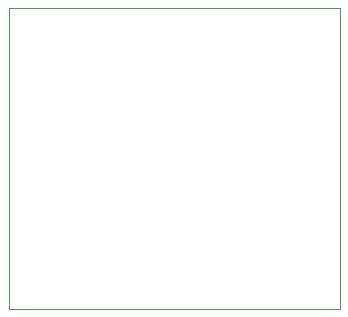
<source format=gko>
G04 #@! TF.FileFunction,Profile,NP*
%FSLAX46Y46*%
G04 Gerber Fmt 4.6, Leading zero omitted, Abs format (unit mm)*
G04 Created by KiCad (PCBNEW (after 2015-mar-04 BZR unknown)-product) date Sat 20 Jun 2015 01:48:00 AM EDT*
%MOMM*%
G01*
G04 APERTURE LIST*
%ADD10C,0.100000*%
G04 APERTURE END LIST*
D10*
X146000000Y-86500000D02*
X146000000Y-61000000D01*
X118000000Y-86500000D02*
X146000000Y-86500000D01*
X118000000Y-86000000D02*
X118000000Y-86500000D01*
X118000000Y-86000000D02*
X118000000Y-61000000D01*
X146000000Y-61000000D02*
X118000000Y-61000000D01*
M02*

</source>
